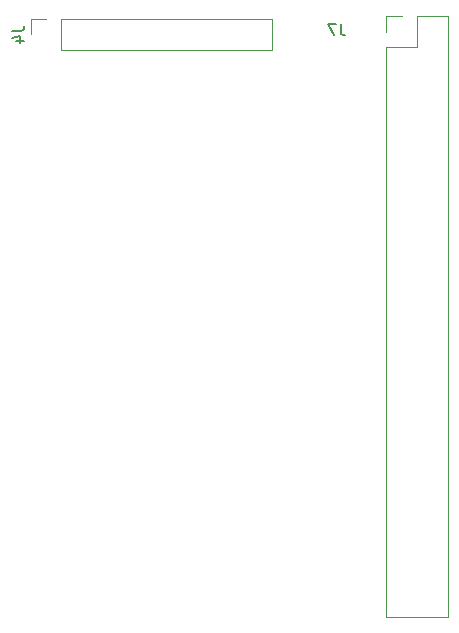
<source format=gbr>
%TF.GenerationSoftware,KiCad,Pcbnew,(6.0.5)*%
%TF.CreationDate,2022-08-03T21:49:30+02:00*%
%TF.ProjectId,VMN,564d4e2e-6b69-4636-9164-5f7063625858,rev?*%
%TF.SameCoordinates,Original*%
%TF.FileFunction,Legend,Bot*%
%TF.FilePolarity,Positive*%
%FSLAX46Y46*%
G04 Gerber Fmt 4.6, Leading zero omitted, Abs format (unit mm)*
G04 Created by KiCad (PCBNEW (6.0.5)) date 2022-08-03 21:49:30*
%MOMM*%
%LPD*%
G01*
G04 APERTURE LIST*
%ADD10C,0.150000*%
%ADD11C,0.120000*%
G04 APERTURE END LIST*
D10*
%TO.C,J7*%
X138333333Y-70452380D02*
X138333333Y-71166666D01*
X138380952Y-71309523D01*
X138476190Y-71404761D01*
X138619047Y-71452380D01*
X138714285Y-71452380D01*
X137952380Y-70452380D02*
X137285714Y-70452380D01*
X137714285Y-71452380D01*
%TO.C,J4*%
X110522380Y-71036666D02*
X111236666Y-71036666D01*
X111379523Y-70989047D01*
X111474761Y-70893809D01*
X111522380Y-70750952D01*
X111522380Y-70655714D01*
X110855714Y-71941428D02*
X111522380Y-71941428D01*
X110474761Y-71703333D02*
X111189047Y-71465238D01*
X111189047Y-72084285D01*
D11*
%TO.C,J7*%
X147380000Y-69790000D02*
X144780000Y-69790000D01*
X144780000Y-72390000D02*
X142180000Y-72390000D01*
X142180000Y-72390000D02*
X142180000Y-120710000D01*
X142180000Y-69790000D02*
X142180000Y-71120000D01*
X143510000Y-69790000D02*
X142180000Y-69790000D01*
X144780000Y-69790000D02*
X144780000Y-72390000D01*
X147380000Y-69790000D02*
X147380000Y-120710000D01*
X147380000Y-120710000D02*
X142180000Y-120710000D01*
%TO.C,J4*%
X113400000Y-70040000D02*
X112070000Y-70040000D01*
X112070000Y-70040000D02*
X112070000Y-71370000D01*
X114670000Y-72700000D02*
X132510000Y-72700000D01*
X114670000Y-70040000D02*
X132510000Y-70040000D01*
X132510000Y-70040000D02*
X132510000Y-72700000D01*
X114670000Y-70040000D02*
X114670000Y-72700000D01*
%TD*%
M02*

</source>
